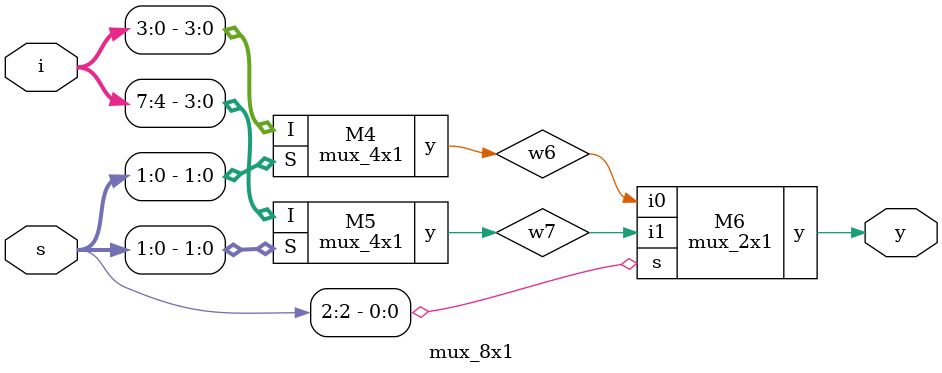
<source format=v>
`timescale 1ns / 1ps

module mux_2x1(
    output y,
    input i0, i1, s
    );

wire w1, w2, w3;

not N1(w1, s);
and A1 (w2, w1, i0);
and A2(w3, s, i1);
or O1(y, w2, w3);

endmodule

module mux_4x1(
    output y,
    input [3:0]I,
    input [1:0]S
);

wire w4, w5;

//Instantiate 2x1 MUX
mux_2x1 M1(w4, I[0], I[1], S[0]);
mux_2x1 M2(w5, I[2], I[3], S[0]);
mux_2x1 M3(y, w4, w5, S[1]);

endmodule

module mux_8x1(
    output y,
    input [7:0]i,
    input [2:0]s
);

wire w6, w7;

//Instantiate 4x1 MUX
mux_4x1 M4(w6, i[3:0], s[1:0]);
mux_4x1 M5(w7, i[7:4], s[1:0]);

//Instantiate 2x1 MUX
mux_2x1 M6(y, w6, w7, s[2]);

endmodule
</source>
